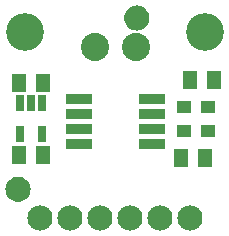
<source format=gbr>
G04 EAGLE Gerber RS-274X export*
G75*
%MOMM*%
%FSLAX34Y34*%
%LPD*%
%INSoldermask Top*%
%IPPOS*%
%AMOC8*
5,1,8,0,0,1.08239X$1,22.5*%
G01*
%ADD10R,1.303200X1.603200*%
%ADD11R,2.235200X0.863600*%
%ADD12C,2.387600*%
%ADD13C,3.203200*%
%ADD14C,2.133600*%
%ADD15R,0.753200X1.403200*%
%ADD16R,1.203200X1.003200*%

G36*
X121680Y179004D02*
X121680Y179004D01*
X121723Y179016D01*
X121789Y179023D01*
X123472Y179474D01*
X123513Y179493D01*
X123576Y179512D01*
X125156Y180249D01*
X125193Y180275D01*
X125252Y180304D01*
X126680Y181304D01*
X126711Y181336D01*
X126764Y181375D01*
X127997Y182608D01*
X128022Y182644D01*
X128068Y182692D01*
X129068Y184120D01*
X129086Y184161D01*
X129123Y184216D01*
X129860Y185796D01*
X129871Y185839D01*
X129898Y185900D01*
X130349Y187583D01*
X130351Y187615D01*
X130358Y187636D01*
X130358Y187651D01*
X130368Y187692D01*
X130520Y189429D01*
X130516Y189473D01*
X130520Y189539D01*
X130368Y191276D01*
X130356Y191319D01*
X130349Y191385D01*
X129898Y193068D01*
X129879Y193109D01*
X129860Y193172D01*
X129123Y194752D01*
X129097Y194789D01*
X129068Y194848D01*
X128068Y196276D01*
X128036Y196307D01*
X127997Y196360D01*
X126764Y197593D01*
X126728Y197618D01*
X126680Y197664D01*
X125252Y198664D01*
X125211Y198682D01*
X125156Y198719D01*
X123576Y199456D01*
X123533Y199467D01*
X123472Y199494D01*
X121789Y199945D01*
X121744Y199948D01*
X121680Y199964D01*
X119943Y200116D01*
X119899Y200112D01*
X119833Y200116D01*
X118096Y199964D01*
X118053Y199952D01*
X117987Y199945D01*
X116304Y199494D01*
X116263Y199475D01*
X116200Y199456D01*
X114620Y198719D01*
X114583Y198693D01*
X114524Y198664D01*
X113096Y197664D01*
X113065Y197632D01*
X113012Y197593D01*
X111779Y196360D01*
X111754Y196324D01*
X111708Y196276D01*
X110708Y194848D01*
X110690Y194807D01*
X110653Y194752D01*
X109916Y193172D01*
X109905Y193129D01*
X109878Y193068D01*
X109427Y191385D01*
X109424Y191340D01*
X109408Y191276D01*
X109256Y189539D01*
X109260Y189495D01*
X109256Y189429D01*
X109408Y187692D01*
X109420Y187649D01*
X109424Y187615D01*
X109424Y187599D01*
X109426Y187594D01*
X109427Y187583D01*
X109878Y185900D01*
X109897Y185859D01*
X109916Y185796D01*
X110653Y184216D01*
X110679Y184179D01*
X110708Y184120D01*
X111708Y182692D01*
X111740Y182661D01*
X111779Y182608D01*
X113012Y181375D01*
X113048Y181350D01*
X113096Y181304D01*
X114524Y180304D01*
X114565Y180286D01*
X114620Y180249D01*
X116200Y179512D01*
X116243Y179501D01*
X116304Y179474D01*
X117987Y179023D01*
X118032Y179020D01*
X118096Y179004D01*
X119833Y178852D01*
X119877Y178856D01*
X119943Y178852D01*
X121680Y179004D01*
G37*
G36*
X21096Y33970D02*
X21096Y33970D01*
X21139Y33982D01*
X21205Y33989D01*
X22888Y34440D01*
X22929Y34459D01*
X22992Y34478D01*
X24572Y35215D01*
X24609Y35241D01*
X24668Y35270D01*
X26096Y36270D01*
X26127Y36302D01*
X26180Y36341D01*
X27413Y37574D01*
X27438Y37610D01*
X27484Y37658D01*
X28484Y39086D01*
X28502Y39127D01*
X28539Y39182D01*
X29276Y40762D01*
X29287Y40805D01*
X29314Y40866D01*
X29765Y42549D01*
X29767Y42581D01*
X29774Y42602D01*
X29774Y42617D01*
X29784Y42658D01*
X29936Y44395D01*
X29932Y44439D01*
X29936Y44505D01*
X29784Y46242D01*
X29772Y46285D01*
X29765Y46351D01*
X29314Y48034D01*
X29295Y48075D01*
X29276Y48138D01*
X28539Y49718D01*
X28513Y49755D01*
X28484Y49814D01*
X27484Y51242D01*
X27452Y51273D01*
X27413Y51326D01*
X26180Y52559D01*
X26144Y52584D01*
X26096Y52630D01*
X24668Y53630D01*
X24627Y53648D01*
X24572Y53685D01*
X22992Y54422D01*
X22949Y54433D01*
X22888Y54460D01*
X21205Y54911D01*
X21160Y54914D01*
X21096Y54930D01*
X19359Y55082D01*
X19315Y55078D01*
X19249Y55082D01*
X17512Y54930D01*
X17469Y54918D01*
X17403Y54911D01*
X15720Y54460D01*
X15679Y54441D01*
X15616Y54422D01*
X14036Y53685D01*
X13999Y53659D01*
X13940Y53630D01*
X12512Y52630D01*
X12481Y52598D01*
X12428Y52559D01*
X11195Y51326D01*
X11170Y51290D01*
X11124Y51242D01*
X10124Y49814D01*
X10106Y49773D01*
X10069Y49718D01*
X9332Y48138D01*
X9321Y48095D01*
X9294Y48034D01*
X8843Y46351D01*
X8840Y46306D01*
X8824Y46242D01*
X8672Y44505D01*
X8676Y44461D01*
X8672Y44395D01*
X8824Y42658D01*
X8836Y42615D01*
X8840Y42581D01*
X8840Y42565D01*
X8842Y42560D01*
X8843Y42549D01*
X9294Y40866D01*
X9313Y40825D01*
X9332Y40762D01*
X10069Y39182D01*
X10095Y39145D01*
X10124Y39086D01*
X11124Y37658D01*
X11156Y37627D01*
X11195Y37574D01*
X12428Y36341D01*
X12464Y36316D01*
X12512Y36270D01*
X13940Y35270D01*
X13981Y35252D01*
X14036Y35215D01*
X15616Y34478D01*
X15659Y34467D01*
X15720Y34440D01*
X17403Y33989D01*
X17448Y33986D01*
X17512Y33970D01*
X19249Y33818D01*
X19293Y33822D01*
X19359Y33818D01*
X21096Y33970D01*
G37*
D10*
X40480Y134620D03*
X20480Y134620D03*
D11*
X70866Y120650D03*
X132334Y120650D03*
X70866Y107950D03*
X70866Y95250D03*
X132334Y107950D03*
X132334Y95250D03*
X70866Y82550D03*
X132334Y82550D03*
D12*
X119600Y165100D03*
X84600Y165100D03*
D13*
X177800Y177800D03*
X25400Y177800D03*
D14*
X38100Y20320D03*
X63500Y20320D03*
X88900Y20320D03*
X114300Y20320D03*
X139700Y20320D03*
X165100Y20320D03*
D10*
X40480Y73660D03*
X20480Y73660D03*
D15*
X39980Y117140D03*
X30480Y117140D03*
X20980Y117140D03*
X20980Y91140D03*
X39980Y91140D03*
D16*
X160180Y93980D03*
X180180Y93980D03*
X160180Y114300D03*
X180180Y114300D03*
D10*
X177640Y71120D03*
X157640Y71120D03*
X185260Y137160D03*
X165260Y137160D03*
M02*

</source>
